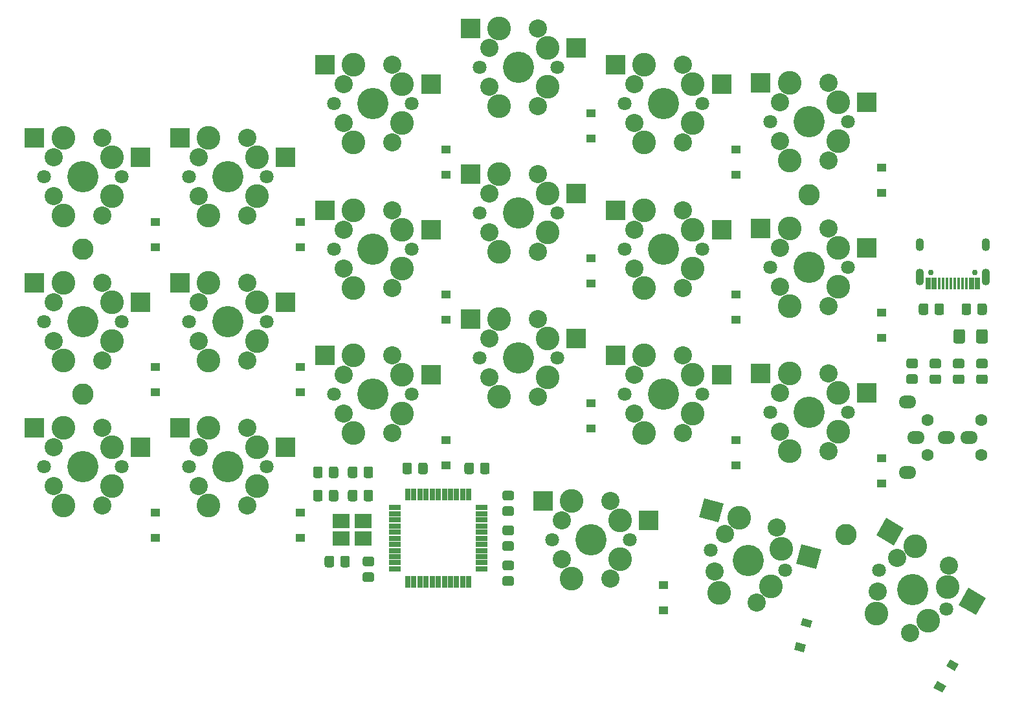
<source format=gbr>
%TF.GenerationSoftware,KiCad,Pcbnew,(5.1.6-0-10_14)*%
%TF.CreationDate,2020-09-21T09:47:25-07:00*%
%TF.ProjectId,my-keyboard,6d792d6b-6579-4626-9f61-72642e6b6963,rev?*%
%TF.SameCoordinates,Original*%
%TF.FileFunction,Soldermask,Top*%
%TF.FilePolarity,Negative*%
%FSLAX46Y46*%
G04 Gerber Fmt 4.6, Leading zero omitted, Abs format (unit mm)*
G04 Created by KiCad (PCBNEW (5.1.6-0-10_14)) date 2020-09-21 09:47:25*
%MOMM*%
%LPD*%
G01*
G04 APERTURE LIST*
%ADD10C,2.800000*%
%ADD11C,1.600000*%
%ADD12O,2.300000X1.700000*%
%ADD13R,1.300000X1.000000*%
%ADD14C,0.100000*%
%ADD15O,1.100000X1.700000*%
%ADD16C,0.750000*%
%ADD17O,1.100000X2.200000*%
%ADD18R,0.400000X1.550000*%
%ADD19R,0.700000X1.550000*%
%ADD20R,2.650000X2.600000*%
%ADD21C,1.801800*%
%ADD22C,2.386000*%
%ADD23C,4.087800*%
%ADD24C,3.100000*%
%ADD25R,1.600000X0.650000*%
%ADD26R,0.650000X1.600000*%
%ADD27R,2.200000X1.900000*%
G04 APERTURE END LIST*
D10*
%TO.C,REF\u002A\u002A*%
X145000000Y-71375000D03*
%TD*%
%TO.C,REF\u002A\u002A*%
X149860000Y-115824000D03*
%TD*%
%TO.C,REF\u002A\u002A*%
X50000000Y-97500000D03*
%TD*%
%TO.C,REF\u002A\u002A*%
X50000000Y-78500000D03*
%TD*%
%TO.C,SW1*%
G36*
G01*
X81397000Y-110265738D02*
X81397000Y-111222262D01*
G75*
G02*
X81125262Y-111494000I-271738J0D01*
G01*
X80418738Y-111494000D01*
G75*
G02*
X80147000Y-111222262I0J271738D01*
G01*
X80147000Y-110265738D01*
G75*
G02*
X80418738Y-109994000I271738J0D01*
G01*
X81125262Y-109994000D01*
G75*
G02*
X81397000Y-110265738I0J-271738D01*
G01*
G37*
G36*
G01*
X83447000Y-110265738D02*
X83447000Y-111222262D01*
G75*
G02*
X83175262Y-111494000I-271738J0D01*
G01*
X82468738Y-111494000D01*
G75*
G02*
X82197000Y-111222262I0J271738D01*
G01*
X82197000Y-110265738D01*
G75*
G02*
X82468738Y-109994000I271738J0D01*
G01*
X83175262Y-109994000D01*
G75*
G02*
X83447000Y-110265738I0J-271738D01*
G01*
G37*
%TD*%
D11*
%TO.C,J2*%
X160564000Y-105424000D03*
X167564000Y-105424000D03*
D12*
X157864000Y-107724000D03*
X157864000Y-98524000D03*
X158964000Y-103124000D03*
X165964000Y-103124000D03*
D11*
X160564000Y-100824000D03*
X167564000Y-100824000D03*
D12*
X162964000Y-103124000D03*
%TD*%
%TO.C,C1*%
G36*
G01*
X83703000Y-119858262D02*
X83703000Y-118901738D01*
G75*
G02*
X83974738Y-118630000I271738J0D01*
G01*
X84681262Y-118630000D01*
G75*
G02*
X84953000Y-118901738I0J-271738D01*
G01*
X84953000Y-119858262D01*
G75*
G02*
X84681262Y-120130000I-271738J0D01*
G01*
X83974738Y-120130000D01*
G75*
G02*
X83703000Y-119858262I0J271738D01*
G01*
G37*
G36*
G01*
X81653000Y-119858262D02*
X81653000Y-118901738D01*
G75*
G02*
X81924738Y-118630000I271738J0D01*
G01*
X82631262Y-118630000D01*
G75*
G02*
X82903000Y-118901738I0J-271738D01*
G01*
X82903000Y-119858262D01*
G75*
G02*
X82631262Y-120130000I-271738J0D01*
G01*
X81924738Y-120130000D01*
G75*
G02*
X81653000Y-119858262I0J271738D01*
G01*
G37*
%TD*%
%TO.C,C2*%
G36*
G01*
X85951000Y-110265738D02*
X85951000Y-111222262D01*
G75*
G02*
X85679262Y-111494000I-271738J0D01*
G01*
X84972738Y-111494000D01*
G75*
G02*
X84701000Y-111222262I0J271738D01*
G01*
X84701000Y-110265738D01*
G75*
G02*
X84972738Y-109994000I271738J0D01*
G01*
X85679262Y-109994000D01*
G75*
G02*
X85951000Y-110265738I0J-271738D01*
G01*
G37*
G36*
G01*
X88001000Y-110265738D02*
X88001000Y-111222262D01*
G75*
G02*
X87729262Y-111494000I-271738J0D01*
G01*
X87022738Y-111494000D01*
G75*
G02*
X86751000Y-111222262I0J271738D01*
G01*
X86751000Y-110265738D01*
G75*
G02*
X87022738Y-109994000I271738J0D01*
G01*
X87729262Y-109994000D01*
G75*
G02*
X88001000Y-110265738I0J-271738D01*
G01*
G37*
%TD*%
%TO.C,C3*%
G36*
G01*
X105185738Y-121304000D02*
X106142262Y-121304000D01*
G75*
G02*
X106414000Y-121575738I0J-271738D01*
G01*
X106414000Y-122282262D01*
G75*
G02*
X106142262Y-122554000I-271738J0D01*
G01*
X105185738Y-122554000D01*
G75*
G02*
X104914000Y-122282262I0J271738D01*
G01*
X104914000Y-121575738D01*
G75*
G02*
X105185738Y-121304000I271738J0D01*
G01*
G37*
G36*
G01*
X105185738Y-119254000D02*
X106142262Y-119254000D01*
G75*
G02*
X106414000Y-119525738I0J-271738D01*
G01*
X106414000Y-120232262D01*
G75*
G02*
X106142262Y-120504000I-271738J0D01*
G01*
X105185738Y-120504000D01*
G75*
G02*
X104914000Y-120232262I0J271738D01*
G01*
X104914000Y-119525738D01*
G75*
G02*
X105185738Y-119254000I271738J0D01*
G01*
G37*
%TD*%
%TO.C,C4*%
G36*
G01*
X86897738Y-120787000D02*
X87854262Y-120787000D01*
G75*
G02*
X88126000Y-121058738I0J-271738D01*
G01*
X88126000Y-121765262D01*
G75*
G02*
X87854262Y-122037000I-271738J0D01*
G01*
X86897738Y-122037000D01*
G75*
G02*
X86626000Y-121765262I0J271738D01*
G01*
X86626000Y-121058738D01*
G75*
G02*
X86897738Y-120787000I271738J0D01*
G01*
G37*
G36*
G01*
X86897738Y-118737000D02*
X87854262Y-118737000D01*
G75*
G02*
X88126000Y-119008738I0J-271738D01*
G01*
X88126000Y-119715262D01*
G75*
G02*
X87854262Y-119987000I-271738J0D01*
G01*
X86897738Y-119987000D01*
G75*
G02*
X86626000Y-119715262I0J271738D01*
G01*
X86626000Y-119008738D01*
G75*
G02*
X86897738Y-118737000I271738J0D01*
G01*
G37*
%TD*%
%TO.C,C5*%
G36*
G01*
X86751000Y-108174262D02*
X86751000Y-107217738D01*
G75*
G02*
X87022738Y-106946000I271738J0D01*
G01*
X87729262Y-106946000D01*
G75*
G02*
X88001000Y-107217738I0J-271738D01*
G01*
X88001000Y-108174262D01*
G75*
G02*
X87729262Y-108446000I-271738J0D01*
G01*
X87022738Y-108446000D01*
G75*
G02*
X86751000Y-108174262I0J271738D01*
G01*
G37*
G36*
G01*
X84701000Y-108174262D02*
X84701000Y-107217738D01*
G75*
G02*
X84972738Y-106946000I271738J0D01*
G01*
X85679262Y-106946000D01*
G75*
G02*
X85951000Y-107217738I0J-271738D01*
G01*
X85951000Y-108174262D01*
G75*
G02*
X85679262Y-108446000I-271738J0D01*
G01*
X84972738Y-108446000D01*
G75*
G02*
X84701000Y-108174262I0J271738D01*
G01*
G37*
%TD*%
%TO.C,C6*%
G36*
G01*
X101191000Y-106709738D02*
X101191000Y-107666262D01*
G75*
G02*
X100919262Y-107938000I-271738J0D01*
G01*
X100212738Y-107938000D01*
G75*
G02*
X99941000Y-107666262I0J271738D01*
G01*
X99941000Y-106709738D01*
G75*
G02*
X100212738Y-106438000I271738J0D01*
G01*
X100919262Y-106438000D01*
G75*
G02*
X101191000Y-106709738I0J-271738D01*
G01*
G37*
G36*
G01*
X103241000Y-106709738D02*
X103241000Y-107666262D01*
G75*
G02*
X102969262Y-107938000I-271738J0D01*
G01*
X102262738Y-107938000D01*
G75*
G02*
X101991000Y-107666262I0J271738D01*
G01*
X101991000Y-106709738D01*
G75*
G02*
X102262738Y-106438000I271738J0D01*
G01*
X102969262Y-106438000D01*
G75*
G02*
X103241000Y-106709738I0J-271738D01*
G01*
G37*
%TD*%
%TO.C,C7*%
G36*
G01*
X106142262Y-111360000D02*
X105185738Y-111360000D01*
G75*
G02*
X104914000Y-111088262I0J271738D01*
G01*
X104914000Y-110381738D01*
G75*
G02*
X105185738Y-110110000I271738J0D01*
G01*
X106142262Y-110110000D01*
G75*
G02*
X106414000Y-110381738I0J-271738D01*
G01*
X106414000Y-111088262D01*
G75*
G02*
X106142262Y-111360000I-271738J0D01*
G01*
G37*
G36*
G01*
X106142262Y-113410000D02*
X105185738Y-113410000D01*
G75*
G02*
X104914000Y-113138262I0J271738D01*
G01*
X104914000Y-112431738D01*
G75*
G02*
X105185738Y-112160000I271738J0D01*
G01*
X106142262Y-112160000D01*
G75*
G02*
X106414000Y-112431738I0J-271738D01*
G01*
X106414000Y-113138262D01*
G75*
G02*
X106142262Y-113410000I-271738J0D01*
G01*
G37*
%TD*%
%TO.C,C8*%
G36*
G01*
X93081000Y-106709738D02*
X93081000Y-107666262D01*
G75*
G02*
X92809262Y-107938000I-271738J0D01*
G01*
X92102738Y-107938000D01*
G75*
G02*
X91831000Y-107666262I0J271738D01*
G01*
X91831000Y-106709738D01*
G75*
G02*
X92102738Y-106438000I271738J0D01*
G01*
X92809262Y-106438000D01*
G75*
G02*
X93081000Y-106709738I0J-271738D01*
G01*
G37*
G36*
G01*
X95131000Y-106709738D02*
X95131000Y-107666262D01*
G75*
G02*
X94859262Y-107938000I-271738J0D01*
G01*
X94152738Y-107938000D01*
G75*
G02*
X93881000Y-107666262I0J271738D01*
G01*
X93881000Y-106709738D01*
G75*
G02*
X94152738Y-106438000I271738J0D01*
G01*
X94859262Y-106438000D01*
G75*
G02*
X95131000Y-106709738I0J-271738D01*
G01*
G37*
%TD*%
D13*
%TO.C,D1*%
X59500000Y-74950000D03*
X59500000Y-78250000D03*
%TD*%
%TO.C,D2*%
X59500000Y-93950000D03*
X59500000Y-97250000D03*
%TD*%
%TO.C,D3*%
X59500000Y-112950000D03*
X59500000Y-116250000D03*
%TD*%
%TO.C,D4*%
X78500000Y-74950000D03*
X78500000Y-78250000D03*
%TD*%
%TO.C,D5*%
X78500000Y-93950000D03*
X78500000Y-97250000D03*
%TD*%
%TO.C,D6*%
X78500000Y-112950000D03*
X78500000Y-116250000D03*
%TD*%
%TO.C,D7*%
X97500000Y-65450000D03*
X97500000Y-68750000D03*
%TD*%
%TO.C,D8*%
X97500000Y-84450000D03*
X97500000Y-87750000D03*
%TD*%
%TO.C,D9*%
X97500000Y-103450000D03*
X97500000Y-106750000D03*
%TD*%
%TO.C,D10*%
X116500000Y-60700000D03*
X116500000Y-64000000D03*
%TD*%
%TO.C,D11*%
X116500000Y-79700000D03*
X116500000Y-83000000D03*
%TD*%
%TO.C,D12*%
X116500000Y-98700000D03*
X116500000Y-102000000D03*
%TD*%
%TO.C,D13*%
X126000000Y-122450000D03*
X126000000Y-125750000D03*
%TD*%
%TO.C,D14*%
X135500000Y-65450000D03*
X135500000Y-68750000D03*
%TD*%
%TO.C,D15*%
X135500000Y-84450000D03*
X135500000Y-87750000D03*
%TD*%
%TO.C,D16*%
X135500000Y-103450000D03*
X135500000Y-106750000D03*
%TD*%
D14*
%TO.C,D17*%
G36*
X145165493Y-128060417D02*
G01*
X143909790Y-127723953D01*
X144168609Y-126758027D01*
X145424312Y-127094491D01*
X145165493Y-128060417D01*
G37*
G36*
X144311391Y-131247973D02*
G01*
X143055688Y-130911509D01*
X143314507Y-129945583D01*
X144570210Y-130282047D01*
X144311391Y-131247973D01*
G37*
%TD*%
D13*
%TO.C,D18*%
X154500000Y-67825000D03*
X154500000Y-71125000D03*
%TD*%
%TO.C,D19*%
X154500000Y-86825000D03*
X154500000Y-90125000D03*
%TD*%
%TO.C,D20*%
X154500000Y-105825000D03*
X154500000Y-109125000D03*
%TD*%
D14*
%TO.C,D21*%
G36*
X164102917Y-133675071D02*
G01*
X162977083Y-133025071D01*
X163477083Y-132159045D01*
X164602917Y-132809045D01*
X164102917Y-133675071D01*
G37*
G36*
X162452917Y-136532955D02*
G01*
X161327083Y-135882955D01*
X161827083Y-135016929D01*
X162952917Y-135666929D01*
X162452917Y-136532955D01*
G37*
%TD*%
%TO.C,F1*%
G36*
G01*
X163902500Y-90573456D02*
X163902500Y-89258544D01*
G75*
G02*
X164170044Y-88991000I267544J0D01*
G01*
X165159956Y-88991000D01*
G75*
G02*
X165427500Y-89258544I0J-267544D01*
G01*
X165427500Y-90573456D01*
G75*
G02*
X165159956Y-90841000I-267544J0D01*
G01*
X164170044Y-90841000D01*
G75*
G02*
X163902500Y-90573456I0J267544D01*
G01*
G37*
G36*
G01*
X166877500Y-90573456D02*
X166877500Y-89258544D01*
G75*
G02*
X167145044Y-88991000I267544J0D01*
G01*
X168134956Y-88991000D01*
G75*
G02*
X168402500Y-89258544I0J-267544D01*
G01*
X168402500Y-90573456D01*
G75*
G02*
X168134956Y-90841000I-267544J0D01*
G01*
X167145044Y-90841000D01*
G75*
G02*
X166877500Y-90573456I0J267544D01*
G01*
G37*
%TD*%
D15*
%TO.C,J1*%
X159510000Y-77944000D03*
D16*
X160940000Y-81594000D03*
D15*
X168150000Y-77944000D03*
D16*
X166720000Y-81594000D03*
D17*
X168150000Y-82124000D03*
X159510000Y-82124000D03*
D18*
X164080000Y-83039000D03*
X162080000Y-83039000D03*
X162580000Y-83039000D03*
X163080000Y-83039000D03*
X163580000Y-83039000D03*
X164580000Y-83039000D03*
X165080000Y-83039000D03*
X165580000Y-83039000D03*
D19*
X160580000Y-83039000D03*
X161380000Y-83039000D03*
X166280000Y-83039000D03*
X167080000Y-83039000D03*
X167080000Y-83039000D03*
X166280000Y-83039000D03*
X161380000Y-83039000D03*
X160580000Y-83039000D03*
%TD*%
D20*
%TO.C,K1*%
X57560000Y-66460000D03*
D21*
X44920000Y-69000000D03*
X55080000Y-69000000D03*
D22*
X46190000Y-66460000D03*
D23*
X50000000Y-69000000D03*
D22*
X52540000Y-63920000D03*
D24*
X53810000Y-71540000D03*
X47460000Y-74080000D03*
D20*
X43710000Y-63920000D03*
D22*
X46190000Y-71540000D03*
X52540000Y-74080000D03*
D24*
X53810000Y-66460000D03*
X47460000Y-63920000D03*
%TD*%
D20*
%TO.C,K2*%
X57560000Y-85460000D03*
D21*
X44920000Y-88000000D03*
X55080000Y-88000000D03*
D22*
X46190000Y-85460000D03*
D23*
X50000000Y-88000000D03*
D22*
X52540000Y-82920000D03*
D24*
X53810000Y-90540000D03*
X47460000Y-93080000D03*
D20*
X43710000Y-82920000D03*
D22*
X46190000Y-90540000D03*
X52540000Y-93080000D03*
D24*
X53810000Y-85460000D03*
X47460000Y-82920000D03*
%TD*%
D20*
%TO.C,K3*%
X57560000Y-104460000D03*
D21*
X44920000Y-107000000D03*
X55080000Y-107000000D03*
D22*
X46190000Y-104460000D03*
D23*
X50000000Y-107000000D03*
D22*
X52540000Y-101920000D03*
D24*
X53810000Y-109540000D03*
X47460000Y-112080000D03*
D20*
X43710000Y-101920000D03*
D22*
X46190000Y-109540000D03*
X52540000Y-112080000D03*
D24*
X53810000Y-104460000D03*
X47460000Y-101920000D03*
%TD*%
D20*
%TO.C,K4*%
X76560000Y-66460000D03*
D21*
X63920000Y-69000000D03*
X74080000Y-69000000D03*
D22*
X65190000Y-66460000D03*
D23*
X69000000Y-69000000D03*
D22*
X71540000Y-63920000D03*
D24*
X72810000Y-71540000D03*
X66460000Y-74080000D03*
D20*
X62710000Y-63920000D03*
D22*
X65190000Y-71540000D03*
X71540000Y-74080000D03*
D24*
X72810000Y-66460000D03*
X66460000Y-63920000D03*
%TD*%
D20*
%TO.C,K5*%
X76560000Y-85460000D03*
D21*
X63920000Y-88000000D03*
X74080000Y-88000000D03*
D22*
X65190000Y-85460000D03*
D23*
X69000000Y-88000000D03*
D22*
X71540000Y-82920000D03*
D24*
X72810000Y-90540000D03*
X66460000Y-93080000D03*
D20*
X62710000Y-82920000D03*
D22*
X65190000Y-90540000D03*
X71540000Y-93080000D03*
D24*
X72810000Y-85460000D03*
X66460000Y-82920000D03*
%TD*%
D20*
%TO.C,K6*%
X76560000Y-104460000D03*
D21*
X63920000Y-107000000D03*
X74080000Y-107000000D03*
D22*
X65190000Y-104460000D03*
D23*
X69000000Y-107000000D03*
D22*
X71540000Y-101920000D03*
D24*
X72810000Y-109540000D03*
X66460000Y-112080000D03*
D20*
X62710000Y-101920000D03*
D22*
X65190000Y-109540000D03*
X71540000Y-112080000D03*
D24*
X72810000Y-104460000D03*
X66460000Y-101920000D03*
%TD*%
D20*
%TO.C,K7*%
X95560000Y-56960000D03*
D21*
X82920000Y-59500000D03*
X93080000Y-59500000D03*
D22*
X84190000Y-56960000D03*
D23*
X88000000Y-59500000D03*
D22*
X90540000Y-54420000D03*
D24*
X91810000Y-62040000D03*
X85460000Y-64580000D03*
D20*
X81710000Y-54420000D03*
D22*
X84190000Y-62040000D03*
X90540000Y-64580000D03*
D24*
X91810000Y-56960000D03*
X85460000Y-54420000D03*
%TD*%
D20*
%TO.C,K8*%
X95560000Y-75960000D03*
D21*
X82920000Y-78500000D03*
X93080000Y-78500000D03*
D22*
X84190000Y-75960000D03*
D23*
X88000000Y-78500000D03*
D22*
X90540000Y-73420000D03*
D24*
X91810000Y-81040000D03*
X85460000Y-83580000D03*
D20*
X81710000Y-73420000D03*
D22*
X84190000Y-81040000D03*
X90540000Y-83580000D03*
D24*
X91810000Y-75960000D03*
X85460000Y-73420000D03*
%TD*%
D20*
%TO.C,K9*%
X95560000Y-94960000D03*
D21*
X82920000Y-97500000D03*
X93080000Y-97500000D03*
D22*
X84190000Y-94960000D03*
D23*
X88000000Y-97500000D03*
D22*
X90540000Y-92420000D03*
D24*
X91810000Y-100040000D03*
X85460000Y-102580000D03*
D20*
X81710000Y-92420000D03*
D22*
X84190000Y-100040000D03*
X90540000Y-102580000D03*
D24*
X91810000Y-94960000D03*
X85460000Y-92420000D03*
%TD*%
D20*
%TO.C,K10*%
X114560000Y-52210000D03*
D21*
X101920000Y-54750000D03*
X112080000Y-54750000D03*
D22*
X103190000Y-52210000D03*
D23*
X107000000Y-54750000D03*
D22*
X109540000Y-49670000D03*
D24*
X110810000Y-57290000D03*
X104460000Y-59830000D03*
D20*
X100710000Y-49670000D03*
D22*
X103190000Y-57290000D03*
X109540000Y-59830000D03*
D24*
X110810000Y-52210000D03*
X104460000Y-49670000D03*
%TD*%
D20*
%TO.C,K11*%
X114560000Y-71210000D03*
D21*
X101920000Y-73750000D03*
X112080000Y-73750000D03*
D22*
X103190000Y-71210000D03*
D23*
X107000000Y-73750000D03*
D22*
X109540000Y-68670000D03*
D24*
X110810000Y-76290000D03*
X104460000Y-78830000D03*
D20*
X100710000Y-68670000D03*
D22*
X103190000Y-76290000D03*
X109540000Y-78830000D03*
D24*
X110810000Y-71210000D03*
X104460000Y-68670000D03*
%TD*%
D20*
%TO.C,K12*%
X114560000Y-90210000D03*
D21*
X101920000Y-92750000D03*
X112080000Y-92750000D03*
D22*
X103190000Y-90210000D03*
D23*
X107000000Y-92750000D03*
D22*
X109540000Y-87670000D03*
D24*
X110810000Y-95290000D03*
X104460000Y-97830000D03*
D20*
X100710000Y-87670000D03*
D22*
X103190000Y-95290000D03*
X109540000Y-97830000D03*
D24*
X110810000Y-90210000D03*
X104460000Y-87670000D03*
%TD*%
D20*
%TO.C,K13*%
X124060000Y-113960000D03*
D21*
X111420000Y-116500000D03*
X121580000Y-116500000D03*
D22*
X112690000Y-113960000D03*
D23*
X116500000Y-116500000D03*
D22*
X119040000Y-111420000D03*
D24*
X120310000Y-119040000D03*
X113960000Y-121580000D03*
D20*
X110210000Y-111420000D03*
D22*
X112690000Y-119040000D03*
X119040000Y-121580000D03*
D24*
X120310000Y-113960000D03*
X113960000Y-111420000D03*
%TD*%
D20*
%TO.C,K14*%
X133560000Y-56960000D03*
D21*
X120920000Y-59500000D03*
X131080000Y-59500000D03*
D22*
X122190000Y-56960000D03*
D23*
X126000000Y-59500000D03*
D22*
X128540000Y-54420000D03*
D24*
X129810000Y-62040000D03*
X123460000Y-64580000D03*
D20*
X119710000Y-54420000D03*
D22*
X122190000Y-62040000D03*
X128540000Y-64580000D03*
D24*
X129810000Y-56960000D03*
X123460000Y-54420000D03*
%TD*%
D20*
%TO.C,K15*%
X133560000Y-75960000D03*
D21*
X120920000Y-78500000D03*
X131080000Y-78500000D03*
D22*
X122190000Y-75960000D03*
D23*
X126000000Y-78500000D03*
D22*
X128540000Y-73420000D03*
D24*
X129810000Y-81040000D03*
X123460000Y-83580000D03*
D20*
X119710000Y-73420000D03*
D22*
X122190000Y-81040000D03*
X128540000Y-83580000D03*
D24*
X129810000Y-75960000D03*
X123460000Y-73420000D03*
%TD*%
D20*
%TO.C,K16*%
X133560000Y-94960000D03*
D21*
X120920000Y-97500000D03*
X131080000Y-97500000D03*
D22*
X122190000Y-94960000D03*
D23*
X126000000Y-97500000D03*
D22*
X128540000Y-92420000D03*
D24*
X129810000Y-100040000D03*
X123460000Y-102580000D03*
D20*
X119710000Y-92420000D03*
D22*
X122190000Y-100040000D03*
X128540000Y-102580000D03*
D24*
X129810000Y-94960000D03*
X123460000Y-92420000D03*
%TD*%
D14*
%TO.C,K17*%
G36*
X143374484Y-119618988D02*
G01*
X144047413Y-117107581D01*
X146607116Y-117793452D01*
X145934187Y-120304859D01*
X143374484Y-119618988D01*
G37*
D21*
X132124097Y-117888199D03*
X141937903Y-120517801D03*
D22*
X134008223Y-115763448D03*
D23*
X137031000Y-119203000D03*
D22*
X140799252Y-114953497D03*
D24*
X140053777Y-122642552D03*
X133262748Y-123452503D03*
D14*
G36*
X130653811Y-113580893D02*
G01*
X131326740Y-111069486D01*
X133886443Y-111755357D01*
X133213514Y-114266764D01*
X130653811Y-113580893D01*
G37*
D22*
X132693422Y-120670351D03*
X138169651Y-124767304D03*
D24*
X141368578Y-117735649D03*
X135892349Y-113638696D03*
%TD*%
D20*
%TO.C,K18*%
X152560000Y-59335000D03*
D21*
X139920000Y-61875000D03*
X150080000Y-61875000D03*
D22*
X141190000Y-59335000D03*
D23*
X145000000Y-61875000D03*
D22*
X147540000Y-56795000D03*
D24*
X148810000Y-64415000D03*
X142460000Y-66955000D03*
D20*
X138710000Y-56795000D03*
D22*
X141190000Y-64415000D03*
X147540000Y-66955000D03*
D24*
X148810000Y-59335000D03*
X142460000Y-56795000D03*
%TD*%
D20*
%TO.C,K19*%
X152560000Y-78335000D03*
D21*
X139920000Y-80875000D03*
X150080000Y-80875000D03*
D22*
X141190000Y-78335000D03*
D23*
X145000000Y-80875000D03*
D22*
X147540000Y-75795000D03*
D24*
X148810000Y-83415000D03*
X142460000Y-85955000D03*
D20*
X138710000Y-75795000D03*
D22*
X141190000Y-83415000D03*
X147540000Y-85955000D03*
D24*
X148810000Y-78335000D03*
X142460000Y-75795000D03*
%TD*%
D20*
%TO.C,K20*%
X152560000Y-97335000D03*
D21*
X139920000Y-99875000D03*
X150080000Y-99875000D03*
D22*
X141190000Y-97335000D03*
D23*
X145000000Y-99875000D03*
D22*
X147540000Y-94795000D03*
D24*
X148810000Y-102415000D03*
X142460000Y-104955000D03*
D20*
X138710000Y-94795000D03*
D22*
X141190000Y-102415000D03*
X147540000Y-104955000D03*
D24*
X148810000Y-97335000D03*
X142460000Y-94795000D03*
%TD*%
D14*
%TO.C,K21*%
G36*
X164557668Y-125057628D02*
G01*
X165857668Y-122805962D01*
X168152636Y-124130962D01*
X166852636Y-126382628D01*
X164557668Y-125057628D01*
G37*
D21*
X154138591Y-120474000D03*
X162937409Y-125554000D03*
D22*
X156508443Y-118909295D03*
D23*
X158538000Y-123014000D03*
D22*
X163277705Y-119884591D03*
D24*
X160567557Y-127118705D03*
X153798295Y-126143409D03*
D14*
G36*
X153833216Y-115932924D02*
G01*
X155133216Y-113681258D01*
X157428184Y-115006258D01*
X156128184Y-117257924D01*
X153833216Y-115932924D01*
G37*
D22*
X153968443Y-123308705D03*
X158197705Y-128683409D03*
D24*
X163107557Y-122719295D03*
X158878295Y-117344591D03*
%TD*%
%TO.C,R1*%
G36*
G01*
X166224000Y-85881738D02*
X166224000Y-86838262D01*
G75*
G02*
X165952262Y-87110000I-271738J0D01*
G01*
X165245738Y-87110000D01*
G75*
G02*
X164974000Y-86838262I0J271738D01*
G01*
X164974000Y-85881738D01*
G75*
G02*
X165245738Y-85610000I271738J0D01*
G01*
X165952262Y-85610000D01*
G75*
G02*
X166224000Y-85881738I0J-271738D01*
G01*
G37*
G36*
G01*
X168274000Y-85881738D02*
X168274000Y-86838262D01*
G75*
G02*
X168002262Y-87110000I-271738J0D01*
G01*
X167295738Y-87110000D01*
G75*
G02*
X167024000Y-86838262I0J271738D01*
G01*
X167024000Y-85881738D01*
G75*
G02*
X167295738Y-85610000I271738J0D01*
G01*
X168002262Y-85610000D01*
G75*
G02*
X168274000Y-85881738I0J-271738D01*
G01*
G37*
%TD*%
%TO.C,R2*%
G36*
G01*
X161427000Y-86838262D02*
X161427000Y-85881738D01*
G75*
G02*
X161698738Y-85610000I271738J0D01*
G01*
X162405262Y-85610000D01*
G75*
G02*
X162677000Y-85881738I0J-271738D01*
G01*
X162677000Y-86838262D01*
G75*
G02*
X162405262Y-87110000I-271738J0D01*
G01*
X161698738Y-87110000D01*
G75*
G02*
X161427000Y-86838262I0J271738D01*
G01*
G37*
G36*
G01*
X159377000Y-86838262D02*
X159377000Y-85881738D01*
G75*
G02*
X159648738Y-85610000I271738J0D01*
G01*
X160355262Y-85610000D01*
G75*
G02*
X160627000Y-85881738I0J-271738D01*
G01*
X160627000Y-86838262D01*
G75*
G02*
X160355262Y-87110000I-271738J0D01*
G01*
X159648738Y-87110000D01*
G75*
G02*
X159377000Y-86838262I0J271738D01*
G01*
G37*
%TD*%
%TO.C,R3*%
G36*
G01*
X162022262Y-94097000D02*
X161065738Y-94097000D01*
G75*
G02*
X160794000Y-93825262I0J271738D01*
G01*
X160794000Y-93118738D01*
G75*
G02*
X161065738Y-92847000I271738J0D01*
G01*
X162022262Y-92847000D01*
G75*
G02*
X162294000Y-93118738I0J-271738D01*
G01*
X162294000Y-93825262D01*
G75*
G02*
X162022262Y-94097000I-271738J0D01*
G01*
G37*
G36*
G01*
X162022262Y-96147000D02*
X161065738Y-96147000D01*
G75*
G02*
X160794000Y-95875262I0J271738D01*
G01*
X160794000Y-95168738D01*
G75*
G02*
X161065738Y-94897000I271738J0D01*
G01*
X162022262Y-94897000D01*
G75*
G02*
X162294000Y-95168738I0J-271738D01*
G01*
X162294000Y-95875262D01*
G75*
G02*
X162022262Y-96147000I-271738J0D01*
G01*
G37*
%TD*%
%TO.C,R4*%
G36*
G01*
X158974262Y-94079000D02*
X158017738Y-94079000D01*
G75*
G02*
X157746000Y-93807262I0J271738D01*
G01*
X157746000Y-93100738D01*
G75*
G02*
X158017738Y-92829000I271738J0D01*
G01*
X158974262Y-92829000D01*
G75*
G02*
X159246000Y-93100738I0J-271738D01*
G01*
X159246000Y-93807262D01*
G75*
G02*
X158974262Y-94079000I-271738J0D01*
G01*
G37*
G36*
G01*
X158974262Y-96129000D02*
X158017738Y-96129000D01*
G75*
G02*
X157746000Y-95857262I0J271738D01*
G01*
X157746000Y-95150738D01*
G75*
G02*
X158017738Y-94879000I271738J0D01*
G01*
X158974262Y-94879000D01*
G75*
G02*
X159246000Y-95150738I0J-271738D01*
G01*
X159246000Y-95857262D01*
G75*
G02*
X158974262Y-96129000I-271738J0D01*
G01*
G37*
%TD*%
%TO.C,R5*%
G36*
G01*
X82197000Y-108174262D02*
X82197000Y-107217738D01*
G75*
G02*
X82468738Y-106946000I271738J0D01*
G01*
X83175262Y-106946000D01*
G75*
G02*
X83447000Y-107217738I0J-271738D01*
G01*
X83447000Y-108174262D01*
G75*
G02*
X83175262Y-108446000I-271738J0D01*
G01*
X82468738Y-108446000D01*
G75*
G02*
X82197000Y-108174262I0J271738D01*
G01*
G37*
G36*
G01*
X80147000Y-108174262D02*
X80147000Y-107217738D01*
G75*
G02*
X80418738Y-106946000I271738J0D01*
G01*
X81125262Y-106946000D01*
G75*
G02*
X81397000Y-107217738I0J-271738D01*
G01*
X81397000Y-108174262D01*
G75*
G02*
X81125262Y-108446000I-271738J0D01*
G01*
X80418738Y-108446000D01*
G75*
G02*
X80147000Y-108174262I0J271738D01*
G01*
G37*
%TD*%
%TO.C,R6*%
G36*
G01*
X105185738Y-116723000D02*
X106142262Y-116723000D01*
G75*
G02*
X106414000Y-116994738I0J-271738D01*
G01*
X106414000Y-117701262D01*
G75*
G02*
X106142262Y-117973000I-271738J0D01*
G01*
X105185738Y-117973000D01*
G75*
G02*
X104914000Y-117701262I0J271738D01*
G01*
X104914000Y-116994738D01*
G75*
G02*
X105185738Y-116723000I271738J0D01*
G01*
G37*
G36*
G01*
X105185738Y-114673000D02*
X106142262Y-114673000D01*
G75*
G02*
X106414000Y-114944738I0J-271738D01*
G01*
X106414000Y-115651262D01*
G75*
G02*
X106142262Y-115923000I-271738J0D01*
G01*
X105185738Y-115923000D01*
G75*
G02*
X104914000Y-115651262I0J271738D01*
G01*
X104914000Y-114944738D01*
G75*
G02*
X105185738Y-114673000I271738J0D01*
G01*
G37*
%TD*%
%TO.C,R7*%
G36*
G01*
X165070262Y-94097000D02*
X164113738Y-94097000D01*
G75*
G02*
X163842000Y-93825262I0J271738D01*
G01*
X163842000Y-93118738D01*
G75*
G02*
X164113738Y-92847000I271738J0D01*
G01*
X165070262Y-92847000D01*
G75*
G02*
X165342000Y-93118738I0J-271738D01*
G01*
X165342000Y-93825262D01*
G75*
G02*
X165070262Y-94097000I-271738J0D01*
G01*
G37*
G36*
G01*
X165070262Y-96147000D02*
X164113738Y-96147000D01*
G75*
G02*
X163842000Y-95875262I0J271738D01*
G01*
X163842000Y-95168738D01*
G75*
G02*
X164113738Y-94897000I271738J0D01*
G01*
X165070262Y-94897000D01*
G75*
G02*
X165342000Y-95168738I0J-271738D01*
G01*
X165342000Y-95875262D01*
G75*
G02*
X165070262Y-96147000I-271738J0D01*
G01*
G37*
%TD*%
%TO.C,R8*%
G36*
G01*
X168118262Y-94097000D02*
X167161738Y-94097000D01*
G75*
G02*
X166890000Y-93825262I0J271738D01*
G01*
X166890000Y-93118738D01*
G75*
G02*
X167161738Y-92847000I271738J0D01*
G01*
X168118262Y-92847000D01*
G75*
G02*
X168390000Y-93118738I0J-271738D01*
G01*
X168390000Y-93825262D01*
G75*
G02*
X168118262Y-94097000I-271738J0D01*
G01*
G37*
G36*
G01*
X168118262Y-96147000D02*
X167161738Y-96147000D01*
G75*
G02*
X166890000Y-95875262I0J271738D01*
G01*
X166890000Y-95168738D01*
G75*
G02*
X167161738Y-94897000I271738J0D01*
G01*
X168118262Y-94897000D01*
G75*
G02*
X168390000Y-95168738I0J-271738D01*
G01*
X168390000Y-95875262D01*
G75*
G02*
X168118262Y-96147000I-271738J0D01*
G01*
G37*
%TD*%
D25*
%TO.C,U1*%
X102220000Y-112332000D03*
X102220000Y-113132000D03*
X102220000Y-113932000D03*
X102220000Y-114732000D03*
X102220000Y-115532000D03*
X102220000Y-116332000D03*
X102220000Y-117132000D03*
X102220000Y-117932000D03*
X102220000Y-118732000D03*
X102220000Y-119532000D03*
X102220000Y-120332000D03*
D26*
X100520000Y-122032000D03*
X99720000Y-122032000D03*
X98920000Y-122032000D03*
X98120000Y-122032000D03*
X97320000Y-122032000D03*
X96520000Y-122032000D03*
X95720000Y-122032000D03*
X94920000Y-122032000D03*
X94120000Y-122032000D03*
X93320000Y-122032000D03*
X92520000Y-122032000D03*
D25*
X90820000Y-120332000D03*
X90820000Y-119532000D03*
X90820000Y-118732000D03*
X90820000Y-117932000D03*
X90820000Y-117132000D03*
X90820000Y-116332000D03*
X90820000Y-115532000D03*
X90820000Y-114732000D03*
X90820000Y-113932000D03*
X90820000Y-113132000D03*
X90820000Y-112332000D03*
D26*
X92520000Y-110632000D03*
X93320000Y-110632000D03*
X94120000Y-110632000D03*
X94920000Y-110632000D03*
X95720000Y-110632000D03*
X96520000Y-110632000D03*
X97320000Y-110632000D03*
X98120000Y-110632000D03*
X98920000Y-110632000D03*
X99720000Y-110632000D03*
X100520000Y-110632000D03*
%TD*%
D27*
%TO.C,X1*%
X83820000Y-114032000D03*
X86720000Y-114032000D03*
X86720000Y-116332000D03*
X83820000Y-116332000D03*
%TD*%
M02*

</source>
